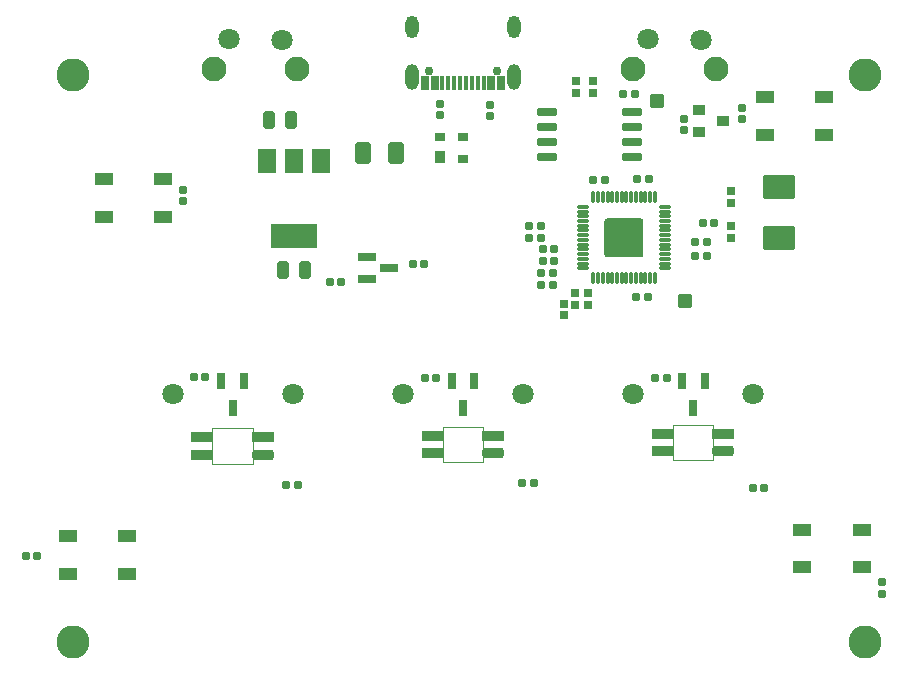
<source format=gbr>
G04 #@! TF.GenerationSoftware,KiCad,Pcbnew,(7.0.0-0)*
G04 #@! TF.CreationDate,2023-03-01T01:27:21-06:00*
G04 #@! TF.ProjectId,RP2040_minimal,52503230-3430-45f6-9d69-6e696d616c2e,REV1*
G04 #@! TF.SameCoordinates,Original*
G04 #@! TF.FileFunction,Soldermask,Bot*
G04 #@! TF.FilePolarity,Negative*
%FSLAX46Y46*%
G04 Gerber Fmt 4.6, Leading zero omitted, Abs format (unit mm)*
G04 Created by KiCad (PCBNEW (7.0.0-0)) date 2023-03-01 01:27:21*
%MOMM*%
%LPD*%
G01*
G04 APERTURE LIST*
G04 Aperture macros list*
%AMRoundRect*
0 Rectangle with rounded corners*
0 $1 Rounding radius*
0 $2 $3 $4 $5 $6 $7 $8 $9 X,Y pos of 4 corners*
0 Add a 4 corners polygon primitive as box body*
4,1,4,$2,$3,$4,$5,$6,$7,$8,$9,$2,$3,0*
0 Add four circle primitives for the rounded corners*
1,1,$1+$1,$2,$3*
1,1,$1+$1,$4,$5*
1,1,$1+$1,$6,$7*
1,1,$1+$1,$8,$9*
0 Add four rect primitives between the rounded corners*
20,1,$1+$1,$2,$3,$4,$5,0*
20,1,$1+$1,$4,$5,$6,$7,0*
20,1,$1+$1,$6,$7,$8,$9,0*
20,1,$1+$1,$8,$9,$2,$3,0*%
G04 Aperture macros list end*
G04 #@! TA.AperFunction,Profile*
%ADD10C,0.120000*%
G04 #@! TD*
%ADD11RoundRect,0.198500X-0.172500X0.147500X-0.172500X-0.147500X0.172500X-0.147500X0.172500X0.147500X0*%
%ADD12C,1.802000*%
%ADD13C,2.102000*%
%ADD14C,2.802000*%
%ADD15RoundRect,0.294750X0.243750X0.456250X-0.243750X0.456250X-0.243750X-0.456250X0.243750X-0.456250X0*%
%ADD16RoundRect,0.198500X0.147500X0.172500X-0.147500X0.172500X-0.147500X-0.172500X0.147500X-0.172500X0*%
%ADD17RoundRect,0.198500X-0.147500X-0.172500X0.147500X-0.172500X0.147500X0.172500X-0.147500X0.172500X0*%
%ADD18RoundRect,0.051000X-0.750000X1.000000X-0.750000X-1.000000X0.750000X-1.000000X0.750000X1.000000X0*%
%ADD19RoundRect,0.051000X-1.900000X1.000000X-1.900000X-1.000000X1.900000X-1.000000X1.900000X1.000000X0*%
%ADD20RoundRect,0.201000X0.650000X0.150000X-0.650000X0.150000X-0.650000X-0.150000X0.650000X-0.150000X0*%
%ADD21RoundRect,0.198500X0.172500X-0.147500X0.172500X0.147500X-0.172500X0.147500X-0.172500X-0.147500X0*%
%ADD22RoundRect,0.101000X-0.050000X0.387500X-0.050000X-0.387500X0.050000X-0.387500X0.050000X0.387500X0*%
%ADD23RoundRect,0.101000X-0.387500X0.050000X-0.387500X-0.050000X0.387500X-0.050000X0.387500X0.050000X0*%
%ADD24RoundRect,0.195000X-1.456000X1.456000X-1.456000X-1.456000X1.456000X-1.456000X1.456000X1.456000X0*%
%ADD25RoundRect,0.051000X-1.300000X0.950000X-1.300000X-0.950000X1.300000X-0.950000X1.300000X0.950000X0*%
%ADD26RoundRect,0.191000X0.140000X0.170000X-0.140000X0.170000X-0.140000X-0.170000X0.140000X-0.170000X0*%
%ADD27RoundRect,0.051000X-0.850000X-0.410000X0.850000X-0.410000X0.850000X0.410000X-0.850000X0.410000X0*%
%ADD28RoundRect,0.256000X-0.645000X-0.205000X0.645000X-0.205000X0.645000X0.205000X-0.645000X0.205000X0*%
%ADD29RoundRect,0.191000X-0.140000X-0.170000X0.140000X-0.170000X0.140000X0.170000X-0.140000X0.170000X0*%
%ADD30RoundRect,0.051000X0.750570X-0.449580X0.750570X0.449580X-0.750570X0.449580X-0.750570X-0.449580X0*%
%ADD31RoundRect,0.201000X-0.150000X0.512500X-0.150000X-0.512500X0.150000X-0.512500X0.150000X0.512500X0*%
%ADD32RoundRect,0.051000X-0.450000X-0.400000X0.450000X-0.400000X0.450000X0.400000X-0.450000X0.400000X0*%
%ADD33C,0.752000*%
%ADD34RoundRect,0.051000X-0.300000X-0.575000X0.300000X-0.575000X0.300000X0.575000X-0.300000X0.575000X0*%
%ADD35RoundRect,0.051000X-0.150000X-0.575000X0.150000X-0.575000X0.150000X0.575000X-0.150000X0.575000X0*%
%ADD36O,1.102000X1.902000*%
%ADD37O,1.102000X2.202000*%
%ADD38RoundRect,0.051000X0.500000X0.500000X-0.500000X0.500000X-0.500000X-0.500000X0.500000X-0.500000X0*%
%ADD39RoundRect,0.050000X0.350000X-0.500000X0.350000X0.500000X-0.350000X0.500000X-0.350000X-0.500000X0*%
%ADD40RoundRect,0.050000X0.350000X-0.300000X0.350000X0.300000X-0.350000X0.300000X-0.350000X-0.300000X0*%
%ADD41RoundRect,0.201000X-0.587500X-0.150000X0.587500X-0.150000X0.587500X0.150000X-0.587500X0.150000X0*%
%ADD42RoundRect,0.191000X-0.170000X0.140000X-0.170000X-0.140000X0.170000X-0.140000X0.170000X0.140000X0*%
%ADD43RoundRect,0.191000X0.170000X-0.140000X0.170000X0.140000X-0.170000X0.140000X-0.170000X-0.140000X0*%
%ADD44RoundRect,0.051000X-0.750570X0.449580X-0.750570X-0.449580X0.750570X-0.449580X0.750570X0.449580X0*%
%ADD45RoundRect,0.301000X0.375000X0.625000X-0.375000X0.625000X-0.375000X-0.625000X0.375000X-0.625000X0*%
G04 APERTURE END LIST*
D10*
X117780000Y-132580000D02*
X117780000Y-135580000D01*
X117780000Y-135580000D02*
X121180000Y-135580000D01*
X121180000Y-132580000D02*
X117780000Y-132580000D01*
X121180000Y-135580000D02*
X121180000Y-132580000D01*
X98330000Y-132745000D02*
X98330000Y-135745000D01*
X98330000Y-135745000D02*
X101730000Y-135745000D01*
X101730000Y-132745000D02*
X98330000Y-132745000D01*
X101730000Y-135745000D02*
X101730000Y-132745000D01*
X78780000Y-132875000D02*
X78780000Y-135875000D01*
X78780000Y-135875000D02*
X82180000Y-135875000D01*
X82180000Y-132875000D02*
X78780000Y-132875000D01*
X82180000Y-135875000D02*
X82180000Y-132875000D01*
D11*
X110580000Y-121445000D03*
X110580000Y-122415000D03*
X108550000Y-122315000D03*
X108550000Y-123285000D03*
D12*
X75420000Y-130000000D03*
X85580000Y-130000000D03*
X84708000Y-99990000D03*
X80218000Y-99940000D03*
D13*
X85968000Y-102480000D03*
X78958000Y-102480000D03*
D12*
X114420000Y-130000000D03*
X124580000Y-130000000D03*
X105080000Y-130000000D03*
X94920000Y-130000000D03*
D14*
X67000000Y-103000000D03*
X67000000Y-151000000D03*
D12*
X120138000Y-99990000D03*
X115648000Y-99940000D03*
D13*
X121398000Y-102480000D03*
X114388000Y-102480000D03*
D14*
X134000000Y-103000000D03*
X134000000Y-151000000D03*
D15*
X86652500Y-119500000D03*
X84777500Y-119500000D03*
D16*
X107597500Y-120730000D03*
X106627500Y-120730000D03*
X107597500Y-119730000D03*
X106627500Y-119730000D03*
D17*
X114667500Y-121777500D03*
X115637500Y-121777500D03*
D18*
X83390000Y-110280000D03*
X85690000Y-110280000D03*
D19*
X85690000Y-116580000D03*
D18*
X87990000Y-110280000D03*
D20*
X114307500Y-106092500D03*
X114307500Y-107362500D03*
X114307500Y-108632500D03*
X114307500Y-109902500D03*
X107107500Y-109902500D03*
X107107500Y-108632500D03*
X107107500Y-107362500D03*
X107107500Y-106092500D03*
D11*
X122662500Y-115762500D03*
X122662500Y-116732500D03*
D16*
X106597500Y-116730000D03*
X105627500Y-116730000D03*
D17*
X111012500Y-111827500D03*
X111982500Y-111827500D03*
X119662500Y-117143500D03*
X120632500Y-117143500D03*
X106741624Y-117715000D03*
X107711624Y-117715000D03*
X119662500Y-118262500D03*
X120632500Y-118262500D03*
D15*
X85437500Y-106800000D03*
X83562500Y-106800000D03*
D17*
X114752500Y-111765000D03*
X115722500Y-111765000D03*
D21*
X111007500Y-104452500D03*
X111007500Y-103482500D03*
D22*
X111037500Y-113290000D03*
X111437500Y-113290000D03*
X111837500Y-113290000D03*
X112237500Y-113290000D03*
X112637500Y-113290000D03*
X113037500Y-113290000D03*
X113437500Y-113290000D03*
X113837500Y-113290000D03*
X114237500Y-113290000D03*
X114637500Y-113290000D03*
X115037500Y-113290000D03*
X115437500Y-113290000D03*
X115837500Y-113290000D03*
X116237500Y-113290000D03*
D23*
X117075000Y-114127500D03*
X117075000Y-114527500D03*
X117075000Y-114927500D03*
X117075000Y-115327500D03*
X117075000Y-115727500D03*
X117075000Y-116127500D03*
X117075000Y-116527500D03*
X117075000Y-116927500D03*
X117075000Y-117327500D03*
X117075000Y-117727500D03*
X117075000Y-118127500D03*
X117075000Y-118527500D03*
X117075000Y-118927500D03*
X117075000Y-119327500D03*
D22*
X116237500Y-120165000D03*
X115837500Y-120165000D03*
X115437500Y-120165000D03*
X115037500Y-120165000D03*
X114637500Y-120165000D03*
X114237500Y-120165000D03*
X113837500Y-120165000D03*
X113437500Y-120165000D03*
X113037500Y-120165000D03*
X112637500Y-120165000D03*
X112237500Y-120165000D03*
X111837500Y-120165000D03*
X111437500Y-120165000D03*
X111037500Y-120165000D03*
D23*
X110200000Y-119327500D03*
X110200000Y-118927500D03*
X110200000Y-118527500D03*
X110200000Y-118127500D03*
X110200000Y-117727500D03*
X110200000Y-117327500D03*
X110200000Y-116927500D03*
X110200000Y-116527500D03*
X110200000Y-116127500D03*
X110200000Y-115727500D03*
X110200000Y-115327500D03*
X110200000Y-114927500D03*
X110200000Y-114527500D03*
X110200000Y-114127500D03*
D24*
X113637500Y-116727500D03*
D21*
X122662500Y-113762500D03*
X122662500Y-112792500D03*
D17*
X106741624Y-118715000D03*
X107711624Y-118715000D03*
D16*
X106597500Y-115730000D03*
X105627500Y-115730000D03*
D21*
X109607500Y-104452500D03*
X109607500Y-103482500D03*
D17*
X120292500Y-115462500D03*
X121262500Y-115462500D03*
D25*
X126778500Y-112453500D03*
X126778500Y-116753500D03*
D26*
X78150000Y-128567500D03*
X77190000Y-128567500D03*
X63920000Y-143665000D03*
X62960000Y-143665000D03*
D27*
X116930000Y-133330000D03*
X116930000Y-134830000D03*
D28*
X122030000Y-134830000D03*
D27*
X122030000Y-133330000D03*
D29*
X105030000Y-137515000D03*
X105990000Y-137515000D03*
D30*
X130589360Y-104829800D03*
X130589360Y-108030200D03*
X125590640Y-108030200D03*
X125590640Y-104829800D03*
X133739360Y-141459800D03*
X133739360Y-144660200D03*
X128740640Y-144660200D03*
X128740640Y-141459800D03*
D17*
X95725000Y-118980000D03*
X96695000Y-118980000D03*
D31*
X118550000Y-128862500D03*
X120450000Y-128862500D03*
X119500000Y-131137500D03*
D32*
X120010000Y-107830000D03*
X120010000Y-105930000D03*
X122010000Y-106880000D03*
D33*
X97110000Y-102605000D03*
X102890000Y-102605000D03*
D34*
X96800000Y-103680000D03*
X97600000Y-103680000D03*
D35*
X98750000Y-103680000D03*
X99750000Y-103680000D03*
X100250000Y-103680000D03*
X101250000Y-103680000D03*
D34*
X102400000Y-103680000D03*
X103200000Y-103680000D03*
X103200000Y-103680000D03*
X102400000Y-103680000D03*
D35*
X101750000Y-103680000D03*
X100750000Y-103680000D03*
X99250000Y-103680000D03*
X98250000Y-103680000D03*
D34*
X97600000Y-103680000D03*
X96800000Y-103680000D03*
D36*
X95679999Y-98924999D03*
D37*
X95679999Y-103104999D03*
D36*
X104319999Y-98924999D03*
D37*
X104319999Y-103104999D03*
D17*
X88735000Y-120530000D03*
X89705000Y-120530000D03*
D30*
X74639360Y-111769800D03*
X74639360Y-114970200D03*
X69640640Y-114970200D03*
X69640640Y-111769800D03*
D38*
X116440000Y-105200000D03*
D29*
X85030000Y-137655000D03*
X85990000Y-137655000D03*
D39*
X98035000Y-109890000D03*
D40*
X98035000Y-108190000D03*
X100035000Y-108190000D03*
X100035000Y-110090000D03*
D31*
X99050000Y-128862500D03*
X100950000Y-128862500D03*
X100000000Y-131137500D03*
D38*
X118770000Y-122090000D03*
D41*
X91892500Y-120250000D03*
X91892500Y-118350000D03*
X93767500Y-119300000D03*
D42*
X98080000Y-105430000D03*
X98080000Y-106390000D03*
X123640000Y-105760000D03*
X123640000Y-106720000D03*
D31*
X79550000Y-128862500D03*
X81450000Y-128862500D03*
X80500000Y-131137500D03*
D11*
X109520000Y-122425000D03*
X109520000Y-121455000D03*
D29*
X124550000Y-137935000D03*
X125510000Y-137935000D03*
D42*
X135470000Y-145920000D03*
X135470000Y-146880000D03*
X76280000Y-112710000D03*
X76280000Y-113670000D03*
D26*
X97720000Y-128580000D03*
X96760000Y-128580000D03*
D42*
X102270000Y-105470000D03*
X102270000Y-106430000D03*
D26*
X117240000Y-128580000D03*
X116280000Y-128580000D03*
D27*
X97480000Y-133495000D03*
X97480000Y-134995000D03*
D28*
X102580000Y-134995000D03*
D27*
X102580000Y-133495000D03*
X77930000Y-133625000D03*
X77930000Y-135125000D03*
D28*
X83030000Y-135125000D03*
D27*
X83030000Y-133625000D03*
D43*
X118710000Y-107610000D03*
X118710000Y-106650000D03*
D44*
X66530640Y-145190200D03*
X66530640Y-141989800D03*
X71529360Y-141989800D03*
X71529360Y-145190200D03*
D29*
X113570000Y-104540000D03*
X114530000Y-104540000D03*
D45*
X94360000Y-109550000D03*
X91560000Y-109550000D03*
M02*

</source>
